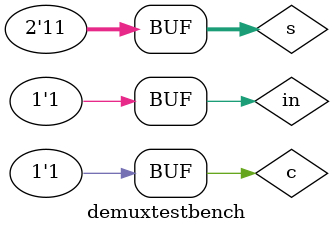
<source format=v>
`timescale 1ns / 1ps
module demux(in,s,c,y0,y1,y2,y3);
input [1:0]s;
input in,c;
output y0,y1,y2,y3;
reg y0,y1,y2,y3;
always @(c)
begin
if (s==00)
begin
y0<=in;
end
else if (s==01)
begin
y1<=in;
end
else if (s==10)
begin
y2<=in;
end
else
y3<=in;
end
endmodule
module demuxtestbench;
reg [1:0]s;
reg in,c;
wire y0,y1,y2,y3;
demux n1(in,s,c,y0,y1,y2,y3);

initial
begin
$monitor($time,"y0=%b,y1=%b,y2=%b,y3=%b,in=%b,s=%b",y0,y1,y2,y3,in,s);
end
initial
begin
 c=1'b1;s=2'b00;in=1'b1; 
 s=2'b01; 
 s=2'b10; 
 s=2'b11;
 
 
end
endmodule

</source>
